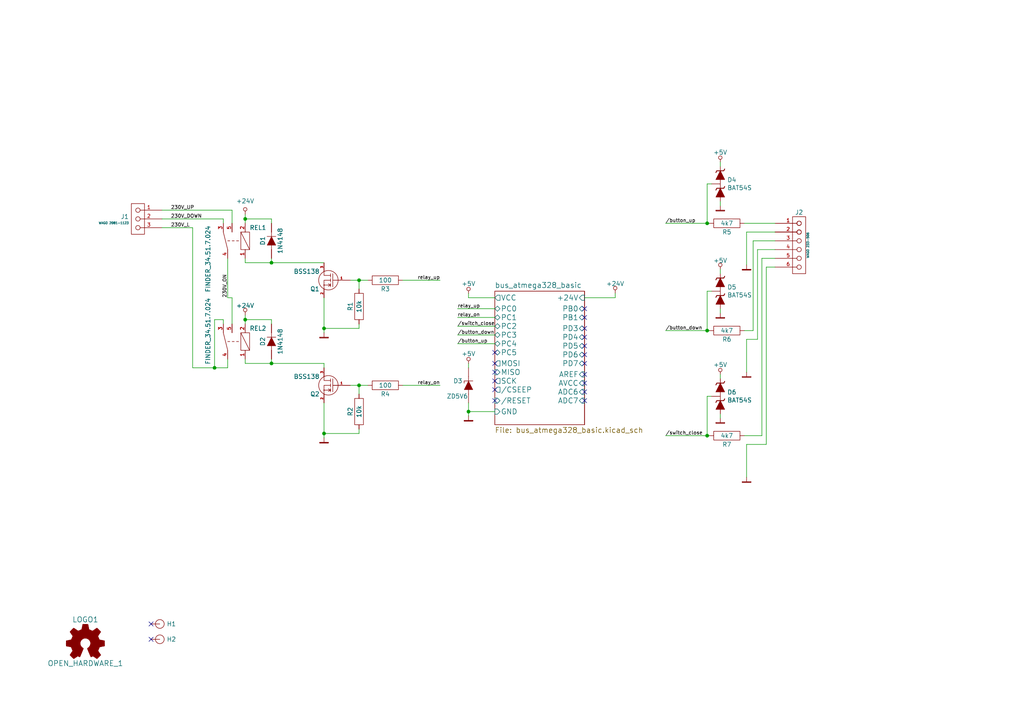
<source format=kicad_sch>
(kicad_sch (version 20211123) (generator eeschema)
  (paper "A4")
  (title_block (title "motor switch 3pole") (date "2016-12-03") (rev "2") (company "koewiba"))
  (lib_symbols
    (symbol "motor_switch_3pole-rescue:+24V" (power) (pin_numbers hide) (pin_names (offset 0))
      (property "Value" "+24V" (at 0 2.794 0))
      (symbol "+24V_0_0"
        (pin power_in line (at 0 0 90) (length 0) hide (name "+24V") (number "1"))
      )
      (symbol "+24V_0_1"
        (polyline (pts (xy 0 0) (xy 0 1.016) (xy 0 1.016)))
        (circle (center 0 1.524) (radius 0.508))
      )
    )
    (symbol "motor_switch_3pole-rescue:+5V" (power) (pin_names (offset 1.016))
      (property "Value" "+5V" (at 0 2.794 0))
      (symbol "+5V_0_0"
        (pin power_in line (at 0 0 90) (length 0) hide (name "+5V") (number "1"))
      )
      (symbol "+5V_0_1"
        (polyline (pts (xy 0 0) (xy 0 0.762) (xy 0 0.762) (xy 0 0.762)))
        (circle (center 0 1.27) (radius 0.508))
      )
    )
    (symbol "motor_switch_3pole-rescue:BAT54S" (pin_numbers hide) (pin_names (offset 1.016) hide)
      (property "Reference" "D" (at 1.905 -6.35 0))
      (property "Value" "BAT54S" (at 0 6.35 0))
      (symbol "BAT54S_0_1"
        (polyline (pts (xy 0 -1.27) (xy 0 1.27) (xy 0 1.27)))
        (polyline (pts (xy -1.27 -1.778) (xy -1.016 -1.27) (xy 1.016 -1.27) (xy 1.27 -0.762)) (stroke (width 0.254)))
        (polyline (pts (xy -1.27 1.27) (xy 1.27 1.27) (xy 0 3.81) (xy -1.27 1.27) (xy -1.27 1.27)) (fill (type outline)))
        (polyline (pts (xy -1.27 3.302) (xy -1.016 3.81) (xy 1.016 3.81) (xy 1.27 4.318) (xy 1.27 4.318)) (stroke (width 0.254)))
        (polyline (pts (xy 0 -1.27) (xy -1.27 -3.81) (xy 1.27 -3.81) (xy 0 -1.27) (xy 0 -1.27)) (fill (type outline)))
      )
      (symbol "BAT54S_1_1"
        (pin input line (at 0 -5.08 90) (length 2.54) (name "1") (number "1"))
        (pin input line (at 0 5.08 270) (length 2.54) (name "2") (number "2"))
        (pin input line (at -2.54 0 0) (length 2.54) (name "3") (number "3"))
      )
    )
    (symbol "motor_switch_3pole-rescue:BSS138" (pin_names (offset 1.016) hide)
      (property "Reference" "Q" (at 3.81 -2.54 0))
      (property "Value" "BSS138" (at 3.81 2.54 0))
      (symbol "BSS138_0_1"
        (polyline (pts (xy 0.635 -1.905) (xy 0.635 -0.889)) (stroke (width 0.1524)))
        (polyline (pts (xy 0.635 -1.397) (xy 1.27 -1.778)) (stroke (width 0.1524)))
        (polyline (pts (xy 0.635 -1.397) (xy 1.27 -1.016)) (stroke (width 0.1524)))
        (polyline (pts (xy 0.635 -1.397) (xy 2.54 -1.397)) (stroke (width 0.1524)))
        (polyline (pts (xy 0.635 0.508) (xy 0.635 -0.508)) (stroke (width 0.1524)))
        (polyline (pts (xy 0.635 1.905) (xy 0.635 0.889)) (stroke (width 0.1524)))
        (polyline (pts (xy 0 1.905) (xy 0 -1.905) (xy 0 -1.905)) (stroke (width 0.1524)))
        (polyline (pts (xy 0.635 0) (xy 2.54 0) (xy 2.54 -2.54)) (stroke (width 0.1524)))
        (polyline (pts (xy 0.635 1.397) (xy 2.54 1.397) (xy 2.54 2.54)) (stroke (width 0.1524)))
        (circle (center 1.27 0) (radius 2.8194) (stroke (width 0.1524)))
        (circle (center 2.54 -1.397) (radius 0.1016) (stroke (width 0.1524)))
      )
      (symbol "BSS138_1_1"
        (pin input line (at -5.08 0 0) (length 5.08) (name "G") (number "1"))
        (pin passive line (at 2.54 -5.08 90) (length 2.54) (name "S") (number "2"))
        (pin passive line (at 2.54 5.08 270) (length 2.54) (name "D") (number "3"))
      )
    )
    (symbol "motor_switch_3pole-rescue:CONN_3X1" (pin_names (offset 1.016) hide)
      (property "Reference" "J" (at 1.905 5.715 0))
      (property "Value" "CONN_3X1" (at 4.445 0 90))
      (symbol "CONN_3X1_0_1"
        (rectangle (start 0 4.445) (end 3.81 -4.445))
      )
      (symbol "CONN_3X1_1_1"
        (pin passive inverted (at -5.08 2.54 0) (length 7.62) (name "1") (number "1"))
        (pin passive inverted (at -5.08 0 0) (length 7.62) (name "2") (number "2"))
        (pin input inverted (at -5.08 -2.54 0) (length 7.62) (name "3") (number "3"))
      )
    )
    (symbol "motor_switch_3pole-rescue:CONN_6X1" (pin_names (offset 1.016) hide)
      (property "Reference" "J" (at 1.905 9.525 0))
      (property "Value" "CONN_6X1" (at 4.445 0 90))
      (symbol "CONN_6X1_0_1"
        (rectangle (start 0 8.255) (end 3.81 -8.255))
      )
      (symbol "CONN_6X1_1_1"
        (pin passive inverted (at -5.08 6.35 0) (length 7.62) (name "1") (number "1"))
        (pin passive inverted (at -5.08 6.35 0) (length 7.62) (name "1") (number "1"))
        (pin passive inverted (at -5.08 3.81 0) (length 7.62) (name "2") (number "2"))
        (pin passive inverted (at -5.08 3.81 0) (length 7.62) (name "2") (number "2"))
        (pin input inverted (at -5.08 1.27 0) (length 7.62) (name "3") (number "3"))
        (pin input inverted (at -5.08 -1.27 0) (length 7.62) (name "4") (number "4"))
        (pin input inverted (at -5.08 -3.81 0) (length 7.62) (name "5") (number "5"))
        (pin input inverted (at -5.08 -6.35 0) (length 7.62) (name "6") (number "6"))
      )
    )
    (symbol "motor_switch_3pole-rescue:D" (pin_numbers hide) (pin_names (offset 1.016) hide)
      (property "Reference" "D" (at 0.254 2.032 0))
      (property "Value" "D" (at 0 -1.905 0))
      (symbol "D_0_1"
        (polyline (pts (xy -1.27 0) (xy -2.54 0) (xy -2.54 0)))
        (polyline (pts (xy 1.27 1.27) (xy 1.27 -1.27) (xy 1.27 -1.27) (xy 1.27 -1.27)))
        (polyline (pts (xy 1.27 0) (xy -1.27 -1.27) (xy -1.27 1.27) (xy 1.27 0) (xy 1.27 0)) (stroke (width 0.0254)) (fill (type outline)))
        (polyline (pts (xy 2.54 0) (xy 1.27 0) (xy 1.27 0) (xy 1.27 0) (xy 1.27 0)))
      )
      (symbol "D_1_1"
        (pin input line (at -5.08 0 0) (length 2.54) (name "A") (number "1"))
        (pin input line (at 5.08 0 180) (length 2.54) (name "C") (number "2"))
      )
    )
    (symbol "motor_switch_3pole-rescue:FINDER_34.51.7.024" (pin_names (offset 1.016) hide)
      (property "Reference" "REL" (at 0.635 -2.54 0))
      (property "Value" "FINDER_34.51.7.024" (at 1.27 8.89 0))
      (symbol "FINDER_34.51.7.024_0_1"
        (rectangle (start -2.54 1.27) (end 2.54 -1.27))
        (polyline (pts (xy -2.54 -1.27) (xy 2.54 1.27)))
        (polyline (pts (xy -2.54 5.08) (xy 2.54 6.35)))
        (polyline (pts (xy 0 1.905) (xy 0 2.54) (xy 0 2.54)))
        (polyline (pts (xy 0 3.175) (xy 0 3.81) (xy 0 3.81)))
        (polyline (pts (xy 0 4.445) (xy 0 5.08) (xy 0 5.08)))
      )
      (symbol "FINDER_34.51.7.024_1_1"
        (pin input line (at -5.08 0 0) (length 2.54) (name "+") (number "1"))
        (pin input line (at 5.08 0 180) (length 2.54) (name "-") (number "2"))
        (pin passive line (at 5.08 6.35 180) (length 2.54) (name "~") (number "3"))
        (pin passive line (at -5.08 5.08 0) (length 2.54) (name "~") (number "4"))
        (pin passive line (at 5.08 3.81 180) (length 2.54) (name "~") (number "5"))
      )
    )
    (symbol "motor_switch_3pole-rescue:GND" (power) (pin_names (offset 0.254))
      (symbol "GND_0_1"
        (polyline (pts (xy 0 0) (xy 0 -1.27) (xy 0 -1.27)))
        (polyline (pts (xy 1.27 -1.397) (xy -1.27 -1.397) (xy -1.27 -1.397)))
        (polyline (pts (xy 1.27 -1.27) (xy -1.27 -1.27) (xy -1.27 -1.27)))
        (polyline (pts (xy 1.27 -1.27) (xy 1.27 -1.524) (xy -1.27 -1.524) (xy -1.27 -1.27) (xy -1.27 -1.27)))
      )
      (symbol "GND_1_1"
        (pin power_in line (at 0 0 90) (length 0) hide (name "GND") (number "1"))
      )
    )
    (symbol "motor_switch_3pole-rescue:HOLE" (pin_numbers hide) (pin_names (offset 1.016) hide)
      (property "Reference" "H" (at 2.54 0 0))
      (symbol "HOLE_0_1"
        (circle (center 1.27 0) (radius 1.27))
      )
      (symbol "HOLE_1_1"
        (pin unspecified line (at -1.27 0 0) (length 2.54) (name "~") (number "1"))
      )
    )
    (symbol "motor_switch_3pole-rescue:OPEN_HARDWARE_1" (pin_names (offset 1.016))
      (property "Reference" "LOGO" (at 0 6.985 0))
      (property "Value" "OPEN_HARDWARE_1" (at 0 -5.715 0))
      (symbol "OPEN_HARDWARE_1_0_1"
        (polyline (pts (xy 3.3528 -4.3434) (xy 3.302 -4.318) (xy 3.175 -4.2418) (xy 2.9972 -4.1148) (xy 2.7686 -3.9624) (xy 2.54 -3.81) (xy 2.3622 -3.7084) (xy 2.2352 -3.6068) (xy 2.1844 -3.5814) (xy 2.159 -3.6068) (xy 2.0574 -3.6576) (xy 1.905 -3.7338) (xy 1.8034 -3.7846) (xy 1.6764 -3.8354) (xy 1.6002 -3.8354) (xy 1.6002 -3.8354) (xy 1.5494 -3.7338) (xy 1.4732 -3.5306) (xy 1.3462 -3.302) (xy 1.2446 -3.0226) (xy 1.1176 -2.7178) (xy 0.9652 -2.413) (xy 0.8636 -2.1082) (xy 0.7366 -1.8288) (xy 0.6604 -1.6256) (xy 0.6096 -1.4732) (xy 0.5842 -1.397) (xy 0.5842 -1.397) (xy 0.6604 -1.3208) (xy 0.7874 -1.2446) (xy 1.0414 -1.016) (xy 1.2954 -0.6858) (xy 1.4478 -0.3302) (xy 1.524 0.0762) (xy 1.4732 0.4572) (xy 1.3208 0.8128) (xy 1.0668 1.143) (xy 0.762 1.3716) (xy 0.4064 1.524) (xy 0 1.5748) (xy -0.381 1.5494) (xy -0.7366 1.397) (xy -1.0668 1.143) (xy -1.2192 0.9906) (xy -1.397 0.6604) (xy -1.524 0.3048) (xy -1.524 0.2286) (xy -1.4986 -0.1778) (xy -1.397 -0.5334) (xy -1.1938 -0.8636) (xy -0.9144 -1.143) (xy -0.8636 -1.1684) (xy -0.7366 -1.27) (xy -0.635 -1.3462) (xy -0.5842 -1.397) (xy -1.0668 -2.5908) (xy -1.143 -2.794) (xy -1.2954 -3.1242) (xy -1.397 -3.4036) (xy -1.4986 -3.6322) (xy -1.5748 -3.7846) (xy -1.6002 -3.8354) (xy -1.6002 -3.8354) (xy -1.651 -3.8354) (xy -1.7272 -3.81) (xy -1.905 -3.7338) (xy -2.0066 -3.683) (xy -2.1336 -3.6068) (xy -2.2098 -3.5814) (xy -2.2606 -3.6068) (xy -2.3622 -3.683) (xy -2.54 -3.81) (xy -2.7686 -3.9624) (xy -2.9718 -4.0894) (xy -3.1496 -4.2164) (xy -3.302 -4.318) (xy -3.3528 -4.3434) (xy -3.3782 -4.3434) (xy -3.429 -4.318) (xy -3.5306 -4.2164) (xy -3.7084 -4.064) (xy -3.937 -3.8354) (xy -3.9624 -3.81) (xy -4.1656 -3.6068) (xy -4.318 -3.4544) (xy -4.4196 -3.3274) (xy -4.445 -3.2766) (xy -4.445 -3.2766) (xy -4.4196 -3.2258) (xy -4.318 -3.0734) (xy -4.2164 -2.8956) (xy -4.064 -2.667) (xy -3.6576 -2.0828) (xy -3.8862 -1.5494) (xy -3.937 -1.3716) (xy -4.0386 -1.1684) (xy -4.0894 -1.0414) (xy -4.1148 -0.9652) (xy -4.191 -0.9398) (xy -4.318 -0.9144) (xy -4.5466 -0.8636) (xy -4.8006 -0.8128) (xy -5.0546 -0.7874) (xy -5.2578 -0.7366) (xy -5.4356 -0.7112) (xy -5.5118 -0.6858) (xy -5.5118 -0.6858) (xy -5.5372 -0.635) (xy -5.5372 -0.5588) (xy -5.5372 -0.4318) (xy -5.5626 -0.2286) (xy -5.5626 0.0762) (xy -5.5626 0.127) (xy -5.5372 0.4064) (xy -5.5372 0.635) (xy -5.5372 0.762) (xy -5.5372 0.8382) (xy -5.5372 0.8382) (xy -5.461 0.8382) (xy -5.3086 0.889) (xy -5.08 0.9144) (xy -4.826 0.9652) (xy -4.8006 0.9906) (xy -4.5466 1.0414) (xy -4.318 1.0668) (xy -4.1656 1.1176) (xy -4.0894 1.143) (xy -4.0894 1.143) (xy -4.0386 1.2446) (xy -3.9624 1.4224) (xy -3.8608 1.6256) (xy -3.7846 1.8288) (xy -3.7084 2.0066) (xy -3.6576 2.159) (xy -3.6322 2.2098) (xy -3.6322 2.2098) (xy -3.683 2.286) (xy -3.7592 2.413) (xy -3.8862 2.5908) (xy -4.064 2.8194) (xy -4.064 2.8448) (xy -4.2164 3.0734) (xy -4.3434 3.2512) (xy -4.4196 3.3782) (xy -4.445 3.4544) (xy -4.445 3.4544) (xy -4.3942 3.5052) (xy -4.2926 3.6322) (xy -4.1148 3.81) (xy -3.937 4.0132) (xy -3.8608 4.064) (xy -3.6576 4.2926) (xy -3.5052 4.4196) (xy -3.4036 4.4958) (xy -3.3528 4.5212) (xy -3.3528 4.5212) (xy -3.302 4.4704) (xy -3.1496 4.3688) (xy -2.9718 4.2418) (xy -2.7432 4.0894) (xy -2.7178 4.0894) (xy -2.4892 3.937) (xy -2.3114 3.81) (xy -2.1844 3.7084) (xy -2.1336 3.683) (xy -2.1082 3.683) (xy -2.032 3.7084) (xy -1.8542 3.7592) (xy -1.6764 3.8354) (xy -1.4732 3.937) (xy -1.27 4.0132) (xy -1.143 4.064) (xy -1.0668 4.1148) (xy -1.0668 4.1148) (xy -1.0414 4.191) (xy -1.016 4.3434) (xy -0.9652 4.572) (xy -0.9144 4.8514) (xy -0.889 4.9022) (xy -0.8382 5.1562) (xy -0.8128 5.3848) (xy -0.7874 5.5372) (xy -0.762 5.588) (xy -0.7112 5.6134) (xy -0.5842 5.6134) (xy -0.4064 5.6134) (xy -0.1524 5.6134) (xy 0.0762 5.6134) (xy 0.3302 5.6134) (xy 0.5334 5.6134) (xy 0.6858 5.588) (xy 0.7366 5.588) (xy 0.7366 5.588) (xy 0.762 5.5118) (xy 0.8128 5.334) (xy 0.8382 5.1054) (xy 0.9144 4.826) (xy 0.9144 4.7752) (xy 0.9652 4.5212) (xy 1.016 4.2926) (xy 1.0414 4.1402) (xy 1.0668 4.0894) (xy 1.0668 4.0894) (xy 1.1938 4.0386) (xy 1.3716 3.9624) (xy 1.5748 3.8608) (xy 2.0828 3.6576) (xy 2.7178 4.0894) (xy 2.7686 4.1402) (xy 2.9972 4.2926) (xy 3.175 4.4196) (xy 3.302 4.4958) (xy 3.3782 4.5212) (xy 3.3782 4.5212) (xy 3.429 4.4704) (xy 3.556 4.3434) (xy 3.7338 4.191) (xy 3.9116 3.9878) (xy 4.064 3.8354) (xy 4.2418 3.6576) (xy 4.3434 3.556) (xy 4.4196 3.4798) (xy 4.4196 3.429) (xy 4.4196 3.4036) (xy 4.3942 3.3274) (xy 4.2926 3.2004) (xy 4.1656 2.9972) (xy 4.0132 2.794) (xy 3.8862 2.5908) (xy 3.7592 2.3876) (xy 3.6576 2.2352) (xy 3.6322 2.159) (xy 3.6322 2.1336) (xy 3.683 2.0066) (xy 3.7592 1.8288) (xy 3.8608 1.6002) (xy 4.064 1.1176) (xy 4.3942 1.0414) (xy 4.5974 1.016) (xy 4.8768 0.9652) (xy 5.1308 0.9144) (xy 5.5372 0.8382) (xy 5.5626 -0.6604) (xy 5.4864 -0.6858) (xy 5.4356 -0.6858) (xy 5.2832 -0.7366) (xy 5.0546 -0.762) (xy 4.8006 -0.8128) (xy 4.5974 -0.8636) (xy 4.3688 -0.9144) (xy 4.2164 -0.9398) (xy 4.1402 -0.9398) (xy 4.1148 -0.9652) (xy 4.064 -1.0668) (xy 3.9878 -1.2446) (xy 3.9116 -1.4478) (xy 3.81 -1.651) (xy 3.7338 -1.8542) (xy 3.683 -2.0066) (xy 3.6576 -2.0828) (xy 3.683 -2.1336) (xy 3.7846 -2.2606) (xy 3.8862 -2.4638) (xy 4.0386 -2.667) (xy 4.191 -2.8956) (xy 4.318 -3.0734) (xy 4.3942 -3.2004) (xy 4.445 -3.2766) (xy 4.4196 -3.3274) (xy 4.3434 -3.429) (xy 4.1656 -3.5814) (xy 3.937 -3.8354) (xy 3.8862 -3.8608) (xy 3.683 -4.064) (xy 3.5306 -4.2164) (xy 3.4036 -4.318) (xy 3.3528 -4.3434)) (fill (type outline)))
      )
    )
    (symbol "motor_switch_3pole-rescue:R" (pin_numbers hide) (pin_names (offset 1.016) hide)
      (property "Reference" "R" (at 0 -2.54 0))
      (property "Value" "R" (at 0 0 0))
      (symbol "R_0_1"
        (rectangle (start -3.81 1.27) (end 3.81 -1.27))
      )
      (symbol "R_1_1"
        (pin passive line (at -5.08 0 0) (length 1.27) (name "1") (number "1"))
        (pin passive line (at 5.08 0 180) (length 1.27) (name "2") (number "2"))
      )
    )
    (symbol "motor_switch_3pole-rescue:ZD" (pin_numbers hide) (pin_names (offset 1.016) hide)
      (property "Reference" "D" (at 0 2.54 0))
      (property "Value" "ZD" (at 0 -1.905 0))
      (symbol "ZD_0_1"
        (polyline (pts (xy -1.27 0) (xy -2.54 0) (xy -2.54 0)))
        (polyline (pts (xy 1.27 -1.27) (xy 1.27 1.27) (xy 0.635 1.27)))
        (polyline (pts (xy 1.27 0) (xy -1.27 -1.27) (xy -1.27 1.27) (xy 1.27 0) (xy 1.27 0)) (stroke (width 0.0254)) (fill (type outline)))
        (polyline (pts (xy 2.54 0) (xy 1.27 0) (xy 1.27 0) (xy 1.27 0) (xy 1.27 0)))
      )
      (symbol "ZD_1_1"
        (pin input line (at -5.08 0 0) (length 2.54) (name "A") (number "1"))
        (pin input line (at 5.08 0 180) (length 2.54) (name "C") (number "2"))
      )
    )
  )
  (junction (at 93.98 125.73))
  (junction (at 71.12 63.5))
  (junction (at 93.98 95.25))
  (junction (at 135.89 119.38))
  (junction (at 71.12 92.71))
  (junction (at 78.74 76.2))
  (junction (at 205.105 126.365))
  (junction (at 104.14 81.28))
  (junction (at 62.23 106.68))
  (junction (at 205.105 64.77))
  (junction (at 104.14 111.76))
  (junction (at 205.105 95.885))
  (junction (at 78.74 105.41))
  (no_connect (at 43.815 180.975))
  (no_connect (at 169.545 116.205))
  (no_connect (at 43.815 185.42))
  (no_connect (at 169.545 108.585))
  (no_connect (at 143.51 116.205))
  (no_connect (at 143.51 110.49))
  (no_connect (at 143.51 113.03))
  (no_connect (at 169.545 102.87))
  (no_connect (at 169.545 100.33))
  (no_connect (at 169.545 97.79))
  (no_connect (at 143.51 105.41))
  (no_connect (at 169.545 92.075))
  (no_connect (at 169.545 105.41))
  (no_connect (at 169.545 113.665))
  (no_connect (at 143.51 102.235))
  (no_connect (at 169.545 95.25))
  (no_connect (at 143.51 107.95))
  (no_connect (at 169.545 89.535))
  (no_connect (at 169.545 111.125))
  (wire (pts (xy 224.79 69.85) (xy 218.44 69.85)))
  (wire (pts (xy 101.6 81.28) (xy 104.14 81.28)))
  (wire (pts (xy 219.71 72.39) (xy 224.79 72.39)))
  (wire (pts (xy 66.04 106.68) (xy 62.23 106.68)))
  (wire (pts (xy 205.105 114.935) (xy 205.105 126.365)))
  (wire (pts (xy 143.51 92.075) (xy 132.715 92.075)))
  (wire (pts (xy 104.14 83.82) (xy 104.14 81.28)))
  (wire (pts (xy 132.715 97.155) (xy 143.51 97.155)))
  (wire (pts (xy 66.04 86.36) (xy 66.04 74.93)))
  (wire (pts (xy 93.98 86.36) (xy 93.98 95.25)))
  (wire (pts (xy 216.535 128.905) (xy 222.25 128.905)))
  (wire (pts (xy 93.98 95.25) (xy 93.98 96.52)))
  (wire (pts (xy 132.715 94.615) (xy 143.51 94.615)))
  (wire (pts (xy 208.915 89.535) (xy 208.915 90.805)))
  (wire (pts (xy 215.9 95.885) (xy 218.44 95.885)))
  (wire (pts (xy 143.51 86.36) (xy 135.89 86.36)))
  (wire (pts (xy 93.98 105.41) (xy 78.74 105.41)))
  (wire (pts (xy 193.04 126.365) (xy 205.105 126.365)))
  (wire (pts (xy 64.77 93.98) (xy 64.77 92.71)))
  (wire (pts (xy 208.915 108.585) (xy 208.915 109.855)))
  (wire (pts (xy 104.14 81.28) (xy 106.68 81.28)))
  (wire (pts (xy 104.14 114.3) (xy 104.14 111.76)))
  (wire (pts (xy 219.71 98.425) (xy 219.71 72.39)))
  (wire (pts (xy 104.14 95.25) (xy 93.98 95.25)))
  (wire (pts (xy 78.74 63.5) (xy 71.12 63.5)))
  (wire (pts (xy 135.89 119.38) (xy 135.89 120.65)))
  (wire (pts (xy 71.12 74.93) (xy 71.12 76.2)))
  (wire (pts (xy 64.77 92.71) (xy 62.23 92.71)))
  (wire (pts (xy 178.435 86.36) (xy 178.435 85.09)))
  (wire (pts (xy 104.14 111.76) (xy 106.68 111.76)))
  (wire (pts (xy 135.89 106.68) (xy 135.89 105.41)))
  (wire (pts (xy 208.915 46.99) (xy 208.915 48.26)))
  (wire (pts (xy 101.6 111.76) (xy 104.14 111.76)))
  (wire (pts (xy 93.98 116.84) (xy 93.98 125.73)))
  (wire (pts (xy 205.74 95.885) (xy 205.105 95.885)))
  (wire (pts (xy 71.12 63.5) (xy 71.12 64.77)))
  (wire (pts (xy 78.74 74.93) (xy 78.74 76.2)))
  (wire (pts (xy 216.535 67.31) (xy 224.79 67.31)))
  (wire (pts (xy 205.105 64.77) (xy 205.74 64.77)))
  (wire (pts (xy 216.535 98.425) (xy 219.71 98.425)))
  (wire (pts (xy 222.25 77.47) (xy 224.79 77.47)))
  (wire (pts (xy 205.105 126.365) (xy 205.74 126.365)))
  (wire (pts (xy 215.9 126.365) (xy 220.98 126.365)))
  (wire (pts (xy 135.89 116.84) (xy 135.89 119.38)))
  (wire (pts (xy 132.715 99.695) (xy 143.51 99.695)))
  (wire (pts (xy 104.14 93.98) (xy 104.14 95.25)))
  (wire (pts (xy 64.77 63.5) (xy 46.99 63.5)))
  (wire (pts (xy 67.31 64.77) (xy 67.31 60.96)))
  (wire (pts (xy 71.12 93.98) (xy 71.12 92.71)))
  (wire (pts (xy 71.12 62.23) (xy 71.12 63.5)))
  (wire (pts (xy 78.74 76.2) (xy 93.98 76.2)))
  (wire (pts (xy 208.915 120.015) (xy 208.915 121.285)))
  (wire (pts (xy 205.105 84.455) (xy 205.105 95.885)))
  (wire (pts (xy 55.88 106.68) (xy 55.88 66.04)))
  (wire (pts (xy 62.23 106.68) (xy 55.88 106.68)))
  (wire (pts (xy 216.535 128.905) (xy 216.535 138.43)))
  (wire (pts (xy 64.77 64.77) (xy 64.77 63.5)))
  (wire (pts (xy 104.14 124.46) (xy 104.14 125.73)))
  (wire (pts (xy 206.375 84.455) (xy 205.105 84.455)))
  (wire (pts (xy 206.375 53.34) (xy 205.105 53.34)))
  (wire (pts (xy 67.31 93.98) (xy 67.31 86.36)))
  (wire (pts (xy 71.12 92.71) (xy 71.12 91.44)))
  (wire (pts (xy 216.535 67.31) (xy 216.535 76.835)))
  (wire (pts (xy 78.74 64.77) (xy 78.74 63.5)))
  (wire (pts (xy 220.98 74.93) (xy 220.98 126.365)))
  (wire (pts (xy 66.04 104.14) (xy 66.04 106.68)))
  (wire (pts (xy 216.535 98.425) (xy 216.535 107.95)))
  (wire (pts (xy 55.88 66.04) (xy 46.99 66.04)))
  (wire (pts (xy 135.89 86.36) (xy 135.89 85.09)))
  (wire (pts (xy 116.84 81.28) (xy 127.635 81.28)))
  (wire (pts (xy 215.9 64.77) (xy 224.79 64.77)))
  (wire (pts (xy 116.84 111.76) (xy 127.635 111.76)))
  (wire (pts (xy 205.105 95.885) (xy 193.04 95.885)))
  (wire (pts (xy 71.12 105.41) (xy 71.12 104.14)))
  (wire (pts (xy 71.12 92.71) (xy 78.74 92.71)))
  (wire (pts (xy 71.12 76.2) (xy 78.74 76.2)))
  (wire (pts (xy 193.04 64.77) (xy 205.105 64.77)))
  (wire (pts (xy 104.14 125.73) (xy 93.98 125.73)))
  (wire (pts (xy 93.98 125.73) (xy 93.98 127)))
  (wire (pts (xy 208.915 78.105) (xy 208.915 79.375)))
  (wire (pts (xy 206.375 114.935) (xy 205.105 114.935)))
  (wire (pts (xy 78.74 92.71) (xy 78.74 93.98)))
  (wire (pts (xy 222.25 128.905) (xy 222.25 77.47)))
  (wire (pts (xy 208.915 58.42) (xy 208.915 59.69)))
  (wire (pts (xy 62.23 92.71) (xy 62.23 106.68)))
  (wire (pts (xy 93.98 106.68) (xy 93.98 105.41)))
  (wire (pts (xy 67.31 60.96) (xy 46.99 60.96)))
  (wire (pts (xy 67.31 86.36) (xy 66.04 86.36)))
  (wire (pts (xy 224.79 74.93) (xy 220.98 74.93)))
  (wire (pts (xy 218.44 69.85) (xy 218.44 95.885)))
  (wire (pts (xy 78.74 105.41) (xy 71.12 105.41)))
  (wire (pts (xy 143.51 89.535) (xy 132.715 89.535)))
  (wire (pts (xy 143.51 119.38) (xy 135.89 119.38)))
  (wire (pts (xy 205.105 53.34) (xy 205.105 64.77)))
  (wire (pts (xy 78.74 104.14) (xy 78.74 105.41)))
  (wire (pts (xy 169.545 86.36) (xy 178.435 86.36)))
  (label "230V_L" (at 49.53 66.04 0) (effects (font (size 1.016 1.016))))
  (label "relay_on" (at 127.635 111.76 180) (effects (font (size 1.016 1.016))))
  (label "/button_up" (at 193.04 64.77 0) (effects (font (size 1.016 1.016))))
  (label "/button_down" (at 193.04 95.885 0) (effects (font (size 1.016 1.016))))
  (label "230V_UP" (at 49.53 60.96 0) (effects (font (size 1.016 1.016))))
  (label "/switch_close" (at 193.04 126.365 0) (effects (font (size 1.016 1.016))))
  (label "/switch_close" (at 132.715 94.615 0) (effects (font (size 1.016 1.016))))
  (label "230V_ON" (at 66.04 86.36 90) (effects (font (size 1.016 1.016))))
  (label "relay_on" (at 132.715 92.075 0) (effects (font (size 1.016 1.016))))
  (label "230V_DOWN" (at 49.53 63.5 0) (effects (font (size 1.016 1.016))))
  (label "relay_up" (at 132.715 89.535 0) (effects (font (size 1.016 1.016))))
  (label "/button_up" (at 132.715 99.695 0) (effects (font (size 1.016 1.016))))
  (label "relay_up" (at 127.635 81.28 180) (effects (font (size 1.016 1.016))))
  (label "/button_down" (at 132.715 97.155 0) (effects (font (size 1.016 1.016))))
  (symbol (lib_id "motor_switch_3pole-rescue:+24V") (at 71.12 91.44 0) (unit 1)
    (property "Reference" "#PWR01" (effects hide))
    (property "Value" "+24V" (at 71.12 88.646 0))
  )
  (symbol (lib_id "motor_switch_3pole-rescue:D") (at 78.74 69.85 90) (unit 1)
    (property "Reference" "D1" (at 76.2 69.85 0))
    (property "Value" "1N4148" (at 81.28 69.85 0))
    (property "Footprint" "Diode_SMD:D_SOD323" (effects hide))
  )
  (symbol (lib_id "motor_switch_3pole-rescue:D") (at 78.74 99.06 90) (unit 1)
    (property "Reference" "D2" (at 76.2 99.06 0))
    (property "Value" "1N4148" (at 81.28 99.06 0))
    (property "Footprint" "Diode_SMD:D_SOD323" (effects hide))
  )
  (symbol (lib_id "motor_switch_3pole-rescue:BSS138") (at 96.52 111.76 0) (mirror y) (unit 1)
    (property "Reference" "Q2" (at 92.71 114.3 0) (effects (justify left)))
    (property "Value" "BSS138" (at 92.71 109.22 0) (effects (justify left)))
    (property "Footprint" "Housings_SOT:SOT23-3" (effects hide))
  )
  (symbol (lib_id "motor_switch_3pole-rescue:BSS138") (at 96.52 81.28 0) (mirror y) (unit 1)
    (property "Reference" "Q1" (at 92.71 83.82 0) (effects (justify left)))
    (property "Value" "BSS138" (at 92.71 78.74 0) (effects (justify left)))
    (property "Footprint" "Housings_SOT:SOT23-3" (effects hide))
  )
  (symbol (lib_id "motor_switch_3pole-rescue:R") (at 111.76 81.28 0) (unit 1)
    (property "Reference" "R3" (at 111.76 83.82 0))
    (property "Value" "100" (at 111.76 81.28 0))
    (property "Footprint" "Resistor:R_0805" (effects hide))
  )
  (symbol (lib_id "motor_switch_3pole-rescue:R") (at 104.14 88.9 270) (unit 1)
    (property "Reference" "R1" (at 101.6 88.9 0))
    (property "Value" "10k" (at 104.14 88.9 0))
    (property "Footprint" "Resistor:R_0805" (effects hide))
  )
  (symbol (lib_id "motor_switch_3pole-rescue:R") (at 104.14 119.38 270) (unit 1)
    (property "Reference" "R2" (at 101.6 119.38 0))
    (property "Value" "10k" (at 104.14 119.38 0))
    (property "Footprint" "Resistor:R_0805" (effects hide))
  )
  (symbol (lib_id "motor_switch_3pole-rescue:R") (at 111.76 111.76 0) (unit 1)
    (property "Reference" "R4" (at 111.76 114.3 0))
    (property "Value" "100" (at 111.76 111.76 0))
    (property "Footprint" "Resistor:R_0805" (effects hide))
  )
  (symbol (lib_id "motor_switch_3pole-rescue:+5V") (at 135.89 85.09 0) (unit 1)
    (property "Reference" "#PWR02" (effects hide))
    (property "Value" "+5V" (at 135.89 82.296 0))
  )
  (symbol (lib_id "motor_switch_3pole-rescue:+24V") (at 178.435 85.09 0) (unit 1)
    (property "Reference" "#PWR03" (effects hide))
    (property "Value" "+24V" (at 178.435 82.296 0))
  )
  (symbol (lib_id "motor_switch_3pole-rescue:GND") (at 93.98 127 0) (unit 1)
    (property "Reference" "#PWR04" (effects hide))
    (property "Value" "GND" (effects hide))
  )
  (symbol (lib_id "motor_switch_3pole-rescue:GND") (at 93.98 96.52 0) (unit 1)
    (property "Reference" "#PWR05" (effects hide))
    (property "Value" "GND" (effects hide))
  )
  (symbol (lib_id "motor_switch_3pole-rescue:R") (at 210.82 64.77 0) (unit 1)
    (property "Reference" "R5" (at 210.82 67.31 0))
    (property "Value" "4k7" (at 210.82 64.77 0))
    (property "Footprint" "Resistor:R_0805" (effects hide))
  )
  (symbol (lib_id "motor_switch_3pole-rescue:+5V") (at 208.915 46.99 0) (unit 1)
    (property "Reference" "#PWR06" (effects hide))
    (property "Value" "+5V" (at 208.915 44.196 0))
  )
  (symbol (lib_id "motor_switch_3pole-rescue:GND") (at 208.915 59.69 0) (unit 1)
    (property "Reference" "#PWR07" (effects hide))
    (property "Value" "GND" (effects hide))
  )
  (symbol (lib_id "motor_switch_3pole-rescue:R") (at 210.82 95.885 0) (unit 1)
    (property "Reference" "R6" (at 210.82 98.425 0))
    (property "Value" "4k7" (at 210.82 95.885 0))
    (property "Footprint" "Resistor:R_0805" (effects hide))
  )
  (symbol (lib_id "motor_switch_3pole-rescue:+5V") (at 208.915 78.105 0) (unit 1)
    (property "Reference" "#PWR08" (effects hide))
    (property "Value" "+5V" (at 208.915 75.565 0))
  )
  (symbol (lib_id "motor_switch_3pole-rescue:GND") (at 208.915 90.805 0) (unit 1)
    (property "Reference" "#PWR09" (effects hide))
    (property "Value" "GND" (effects hide))
  )
  (symbol (lib_id "motor_switch_3pole-rescue:R") (at 210.82 126.365 0) (unit 1)
    (property "Reference" "R7" (at 210.82 128.905 0))
    (property "Value" "4k7" (at 210.82 126.365 0))
    (property "Footprint" "Resistor:R_0805" (effects hide))
  )
  (symbol (lib_id "motor_switch_3pole-rescue:+5V") (at 208.915 108.585 0) (unit 1)
    (property "Reference" "#PWR010" (effects hide))
    (property "Value" "+5V" (at 208.915 105.791 0))
  )
  (symbol (lib_id "motor_switch_3pole-rescue:GND") (at 208.915 121.285 0) (unit 1)
    (property "Reference" "#PWR011" (effects hide))
    (property "Value" "GND" (effects hide))
  )
  (symbol (lib_id "motor_switch_3pole-rescue:GND") (at 216.535 138.43 0) (unit 1)
    (property "Reference" "#PWR012" (effects hide))
    (property "Value" "GND" (effects hide))
  )
  (symbol (lib_id "motor_switch_3pole-rescue:GND") (at 216.535 107.95 0) (unit 1)
    (property "Reference" "#PWR013" (effects hide))
    (property "Value" "GND" (effects hide))
  )
  (symbol (lib_id "motor_switch_3pole-rescue:GND") (at 216.535 76.835 0) (unit 1)
    (property "Reference" "#PWR014" (effects hide))
    (property "Value" "GND" (effects hide))
  )
  (symbol (lib_id "motor_switch_3pole-rescue:OPEN_HARDWARE_1") (at 24.765 186.69 0) (unit 1)
    (property "Reference" "LOGO1" (at 24.765 179.705 0) (effects (font (size 1.524 1.524))))
    (property "Value" "OPEN_HARDWARE_1" (at 24.765 192.405 0) (effects (font (size 1.524 1.524))))
    (property "Footprint" "Symbol:Symbol_OSHW-Logo_Copper" (effects hide))
  )
  (symbol (lib_id "motor_switch_3pole-rescue:CONN_6X1") (at 229.87 71.12 0) (unit 1)
    (property "Reference" "J2" (at 231.775 61.595 0))
    (property "Value" "WAGO 233-506" (at 234.315 71.12 90) (effects (font (size 0.635 0.635))))
    (property "Footprint" "Connector_WAGO:WAGO_233-6" (effects hide))
  )
  (symbol (lib_id "motor_switch_3pole-rescue:GND") (at 135.89 120.65 0) (unit 1)
    (property "Reference" "#PWR015" (effects hide))
    (property "Value" "GND" (effects hide))
  )
  (symbol (lib_id "motor_switch_3pole-rescue:CONN_3X1") (at 41.91 63.5 0) (mirror y) (unit 1)
    (property "Reference" "J1" (at 37.3888 62.8396 0) (effects (justify left)))
    (property "Value" "WAGO 2081-1123" (at 37.3888 64.6684 0) (effects (font (size 0.635 0.635)) (justify left)))
    (property "Footprint" "Connector_WAGO:WAGO_2081-1123" (effects hide))
  )
  (symbol (lib_id "motor_switch_3pole-rescue:BAT54S") (at 208.915 53.34 0) (unit 1)
    (property "Reference" "D4" (at 210.9216 52.1716 0) (effects (justify left)))
    (property "Value" "BAT54S" (at 210.9216 54.483 0) (effects (justify left)))
    (property "Footprint" "Housings_SOT:SOT23-3" (effects hide))
  )
  (symbol (lib_id "motor_switch_3pole-rescue:BAT54S") (at 208.915 84.455 0) (unit 1)
    (property "Reference" "D5" (at 210.9216 83.2866 0) (effects (justify left)))
    (property "Value" "BAT54S" (at 210.9216 85.598 0) (effects (justify left)))
    (property "Footprint" "Housings_SOT:SOT23-3" (effects hide))
  )
  (symbol (lib_id "motor_switch_3pole-rescue:BAT54S") (at 208.915 114.935 0) (unit 1)
    (property "Reference" "D6" (at 210.9216 113.7666 0) (effects (justify left)))
    (property "Value" "BAT54S" (at 210.9216 116.078 0) (effects (justify left)))
    (property "Footprint" "Housings_SOT:SOT23-3" (effects hide))
  )
  (symbol (lib_id "motor_switch_3pole-rescue:ZD") (at 135.89 111.76 90) (unit 1)
    (property "Reference" "D3" (at 131.445 110.49 90) (effects (justify right)))
    (property "Value" "ZD5V6" (at 129.54 114.935 90) (effects (justify right)))
    (property "Footprint" "Diode_SMD:D_MINIMELF" (effects hide))
  )
  (symbol (lib_id "motor_switch_3pole-rescue:+5V") (at 135.89 105.41 0) (unit 1)
    (property "Reference" "#PWR016" (effects hide))
    (property "Value" "+5V" (at 135.89 102.616 0))
  )
  (symbol (lib_id "motor_switch_3pole-rescue:HOLE") (at 45.085 180.975 0) (unit 1)
    (property "Reference" "H1" (at 48.3362 180.975 0) (effects (justify left)))
    (property "Value" "HOLE" (effects hide))
    (property "Footprint" "Mechanical:HOLE_2.5mm_wo_Copper" (effects hide))
  )
  (symbol (lib_id "motor_switch_3pole-rescue:HOLE") (at 45.085 185.42 0) (unit 1)
    (property "Reference" "H2" (at 48.3362 185.42 0) (effects (justify left)))
    (property "Value" "HOLE" (effects hide))
    (property "Footprint" "Mechanical:HOLE_2.5mm_wo_Copper" (effects hide))
  )
  (symbol (lib_id "motor_switch_3pole-rescue:FINDER_34.51.7.024") (at 71.12 69.85 90) (unit 1)
    (property "Reference" "REL1" (at 72.39 66.04 90) (effects (justify right)))
    (property "Value" "FINDER_34.51.7.024" (at 60.325 65.405 0) (effects (justify right)))
    (property "Footprint" "Relay:finder_34.51_1xUM" (effects hide))
  )
  (symbol (lib_id "motor_switch_3pole-rescue:FINDER_34.51.7.024") (at 71.12 99.06 90) (unit 1)
    (property "Reference" "REL2" (at 72.39 95.25 90) (effects (justify right)))
    (property "Value" "FINDER_34.51.7.024" (at 60.325 86.36 0) (effects (justify right)))
    (property "Footprint" "Relay:finder_34.51_1xUM" (effects hide))
  )
  (symbol (lib_id "motor_switch_3pole-rescue:+24V") (at 71.12 62.23 0) (unit 1)
    (property "Reference" "#PWR017" (effects hide))
    (property "Value" "+24V" (at 71.12 58.3184 0))
  )
  (sheet (at 143.51 84.455) (size 26.035 38.735)
    (property "Sheet name" "bus_atmega328_basic" (at 143.51 83.6164 0) (effects (font (size 1.524 1.524)) (justify left bottom)))
    (property "Sheet file" "bus_atmega328_basic.kicad_sch" (at 143.51 123.8762 0) (effects (font (size 1.524 1.524)) (justify left top)))
    (pin "AREF" input (at 169.545 108.585 0) (effects (font (size 1.524 1.524))))
    (pin "AVCC" input (at 169.545 111.125 0) (effects (font (size 1.524 1.524))))
    (pin "+24V" input (at 169.545 86.36 0) (effects (font (size 1.524 1.524))))
    (pin "PC1" bidirectional (at 143.51 92.075 180) (effects (font (size 1.524 1.524))))
    (pin "PC3" bidirectional (at 143.51 97.155 180) (effects (font (size 1.524 1.524))))
    (pin "PC2" bidirectional (at 143.51 94.615 180) (effects (font (size 1.524 1.524))))
    (pin "PC0" bidirectional (at 143.51 89.535 180) (effects (font (size 1.524 1.524))))
    (pin "GND" input (at 143.51 119.38 180) (effects (font (size 1.524 1.524))))
    (pin "VCC" output (at 143.51 86.36 180) (effects (font (size 1.524 1.524))))
    (pin "PC5" bidirectional (at 143.51 102.235 180) (effects (font (size 1.524 1.524))))
    (pin "PC4" bidirectional (at 143.51 99.695 180) (effects (font (size 1.524 1.524))))
    (pin "/RESET" input (at 143.51 116.205 180) (effects (font (size 1.524 1.524))))
    (pin "PD4" bidirectional (at 169.545 97.79 0) (effects (font (size 1.524 1.524))))
    (pin "PD3" bidirectional (at 169.545 95.25 0) (effects (font (size 1.524 1.524))))
    (pin "PD5" bidirectional (at 169.545 100.33 0) (effects (font (size 1.524 1.524))))
    (pin "PD7" bidirectional (at 169.545 105.41 0) (effects (font (size 1.524 1.524))))
    (pin "PD6" bidirectional (at 169.545 102.87 0) (effects (font (size 1.524 1.524))))
    (pin "ADC6" input (at 169.545 113.665 0) (effects (font (size 1.524 1.524))))
    (pin "ADC7" input (at 169.545 116.205 0) (effects (font (size 1.524 1.524))))
    (pin "PB0" bidirectional (at 169.545 89.535 0) (effects (font (size 1.524 1.524))))
    (pin "PB1" bidirectional (at 169.545 92.075 0) (effects (font (size 1.524 1.524))))
    (pin "/CSEEP" output (at 143.51 113.03 180) (effects (font (size 1.524 1.524))))
    (pin "MOSI" output (at 143.51 105.41 180) (effects (font (size 1.524 1.524))))
    (pin "MISO" input (at 143.51 107.95 180) (effects (font (size 1.524 1.524))))
    (pin "SCK" output (at 143.51 110.49 180) (effects (font (size 1.524 1.524))))
  )
)
</source>
